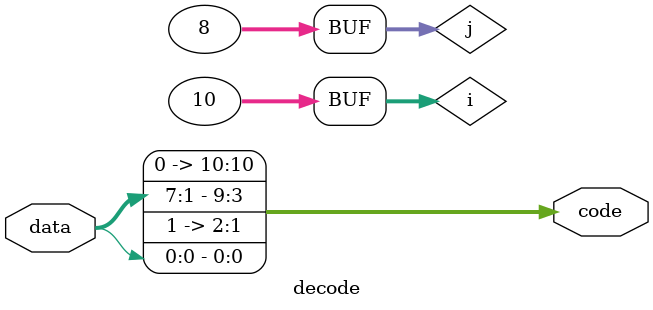
<source format=sv>
module decode (input [7:0] data, output logic [10:0] code);
  int i,j;
  always_comb begin
    code=0;
    for (i=0; i<2;i++)
		code[2**i]=1;
    j=0;
    for(i=0;i<10;i++)
      if(code[i]!=1) begin
        code[i]=data[j]; 
		j++;
      end
  end
endmodule

</source>
